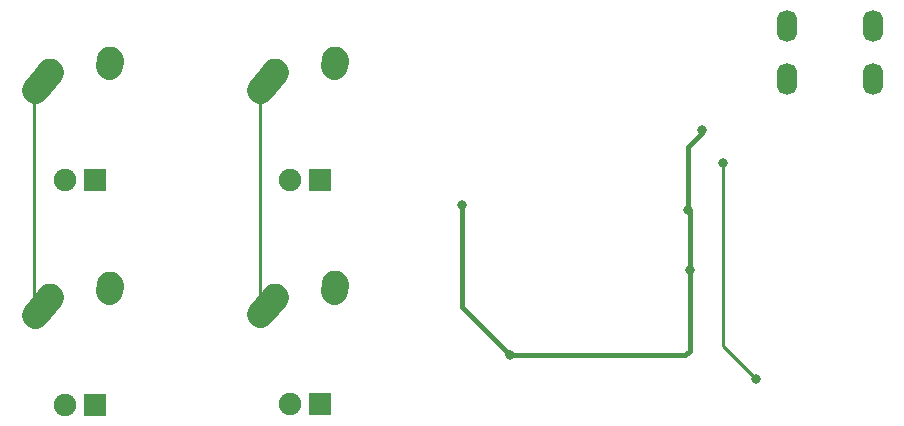
<source format=gbl>
G04 #@! TF.GenerationSoftware,KiCad,Pcbnew,(5.1.4)-1*
G04 #@! TF.CreationDate,2022-05-24T18:09:22-07:00*
G04 #@! TF.ProjectId,pcb-keyb-tut,7063622d-6b65-4796-922d-7475742e6b69,rev?*
G04 #@! TF.SameCoordinates,Original*
G04 #@! TF.FileFunction,Copper,L2,Bot*
G04 #@! TF.FilePolarity,Positive*
%FSLAX46Y46*%
G04 Gerber Fmt 4.6, Leading zero omitted, Abs format (unit mm)*
G04 Created by KiCad (PCBNEW (5.1.4)-1) date 2022-05-24 18:09:22*
%MOMM*%
%LPD*%
G04 APERTURE LIST*
%ADD10C,2.250000*%
%ADD11C,2.250000*%
%ADD12C,1.905000*%
%ADD13R,1.905000X1.905000*%
%ADD14O,1.700000X2.700000*%
%ADD15C,0.800000*%
%ADD16C,0.381000*%
%ADD17C,0.254000*%
G04 APERTURE END LIST*
D10*
X89047000Y-137251000D03*
D11*
X89027000Y-137541000D02*
X89067000Y-136961000D01*
D10*
X89067000Y-136961000D03*
X83372001Y-138771000D03*
D11*
X82717000Y-139501000D02*
X84027002Y-138041000D01*
D10*
X84027000Y-138041000D03*
D12*
X85257000Y-147121000D03*
D13*
X87797000Y-147121000D03*
D10*
X89038750Y-118241250D03*
D11*
X89018750Y-118531250D02*
X89058750Y-117951250D01*
D10*
X89058750Y-117951250D03*
X83363751Y-119761250D03*
D11*
X82708750Y-120491250D02*
X84018752Y-119031250D01*
D10*
X84018750Y-119031250D03*
D12*
X85248750Y-128111250D03*
D13*
X87788750Y-128111250D03*
D10*
X69988750Y-137291250D03*
D11*
X69968750Y-137581250D02*
X70008750Y-137001250D01*
D10*
X70008750Y-137001250D03*
X64313751Y-138811250D03*
D11*
X63658750Y-139541250D02*
X64968752Y-138081250D01*
D10*
X64968750Y-138081250D03*
D12*
X66198750Y-147161250D03*
D13*
X68738750Y-147161250D03*
D10*
X69988750Y-118241250D03*
D11*
X69968750Y-118531250D02*
X70008750Y-117951250D01*
D10*
X70008750Y-117951250D03*
X64313751Y-119761250D03*
D11*
X63658750Y-120491250D02*
X64968752Y-119031250D01*
D10*
X64968750Y-119031250D03*
D12*
X66198750Y-128111250D03*
D13*
X68738750Y-128111250D03*
D14*
X134618750Y-119593750D03*
X127318750Y-119593750D03*
X127318750Y-115093750D03*
X134618750Y-115093750D03*
D15*
X99822000Y-130302000D03*
X103886000Y-143002000D03*
X118999000Y-130683000D03*
X120142000Y-123952000D03*
X119126000Y-135763000D03*
X124714000Y-145034000D03*
X121920000Y-126746000D03*
D16*
X99822000Y-138938000D02*
X99822000Y-130302000D01*
X103886000Y-143002000D02*
X99822000Y-138938000D01*
X118999000Y-130683000D02*
X118999000Y-125349000D01*
X118999000Y-125349000D02*
X120142000Y-124206000D01*
X120142000Y-124206000D02*
X120142000Y-123952000D01*
X119126000Y-130810000D02*
X118999000Y-130683000D01*
X119126000Y-135763000D02*
X119126000Y-130810000D01*
X119126000Y-135763000D02*
X119126000Y-142621000D01*
X118745000Y-143002000D02*
X103886000Y-143002000D01*
X119126000Y-142621000D02*
X118745000Y-143002000D01*
D17*
X124714000Y-145034000D02*
X121920000Y-142240000D01*
X121920000Y-142240000D02*
X121920000Y-126746000D01*
X63645999Y-120504001D02*
X63658750Y-120491250D01*
X63590751Y-139473251D02*
X63658750Y-139541250D01*
X63590751Y-120559249D02*
X63590751Y-139473251D01*
X63658750Y-120491250D02*
X63590751Y-120559249D01*
X82708750Y-120491250D02*
X82708750Y-139541250D01*
M02*

</source>
